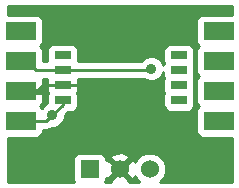
<source format=gtl>
G04 (created by PCBNEW (2013-07-07 BZR 4022)-stable) date 16/01/2015 23:25:09*
%MOIN*%
G04 Gerber Fmt 3.4, Leading zero omitted, Abs format*
%FSLAX34Y34*%
G01*
G70*
G90*
G04 APERTURE LIST*
%ADD10C,0.00590551*%
%ADD11R,0.1X0.0598425*%
%ADD12R,0.06X0.06*%
%ADD13C,0.06*%
%ADD14R,0.0531496X0.0271654*%
%ADD15C,0.035*%
%ADD16C,0.01*%
G04 APERTURE END LIST*
G54D10*
G54D11*
X51700Y-24700D03*
X51700Y-25700D03*
X51700Y-26700D03*
X51700Y-27700D03*
X58300Y-27700D03*
X58300Y-26700D03*
X58300Y-25700D03*
X58300Y-24700D03*
G54D12*
X54000Y-29300D03*
G54D13*
X55000Y-29300D03*
X56000Y-29300D03*
G54D14*
X53100Y-26000D03*
X53100Y-26500D03*
X53100Y-27000D03*
X56975Y-27000D03*
X56975Y-26500D03*
X56975Y-26000D03*
X56975Y-25500D03*
X53100Y-25500D03*
G54D15*
X56050Y-25950D03*
X52750Y-27500D03*
G54D16*
X53100Y-26500D02*
X53700Y-26500D01*
X53700Y-26500D02*
X53750Y-26450D01*
X51700Y-26700D02*
X52250Y-26700D01*
X52450Y-26500D02*
X53100Y-26500D01*
X52250Y-26700D02*
X52450Y-26500D01*
X51700Y-25700D02*
X51900Y-25700D01*
X56000Y-26000D02*
X56050Y-25950D01*
X52200Y-26000D02*
X56000Y-26000D01*
X51900Y-25700D02*
X52200Y-26000D01*
X53100Y-27000D02*
X53100Y-27150D01*
X53100Y-27150D02*
X52750Y-27500D01*
X51700Y-27700D02*
X52550Y-27700D01*
X52550Y-27700D02*
X52750Y-27500D01*
G54D10*
G36*
X52610Y-26750D02*
X52584Y-26814D01*
X52584Y-26913D01*
X52584Y-27108D01*
X52509Y-27139D01*
X52400Y-27248D01*
X52352Y-27200D01*
X52412Y-27140D01*
X52450Y-27048D01*
X52450Y-26812D01*
X52387Y-26750D01*
X51750Y-26750D01*
X51750Y-26757D01*
X51650Y-26757D01*
X51650Y-26750D01*
X51642Y-26750D01*
X51642Y-26650D01*
X51650Y-26650D01*
X51650Y-26642D01*
X51750Y-26642D01*
X51750Y-26650D01*
X52387Y-26650D01*
X52450Y-26587D01*
X52450Y-26351D01*
X52428Y-26300D01*
X52590Y-26300D01*
X52584Y-26314D01*
X52584Y-26413D01*
X52584Y-26685D01*
X52610Y-26750D01*
X52610Y-26750D01*
G37*
G54D16*
X52610Y-26750D02*
X52584Y-26814D01*
X52584Y-26913D01*
X52584Y-27108D01*
X52509Y-27139D01*
X52400Y-27248D01*
X52352Y-27200D01*
X52412Y-27140D01*
X52450Y-27048D01*
X52450Y-26812D01*
X52387Y-26750D01*
X51750Y-26750D01*
X51750Y-26757D01*
X51650Y-26757D01*
X51650Y-26750D01*
X51642Y-26750D01*
X51642Y-26650D01*
X51650Y-26650D01*
X51650Y-26642D01*
X51750Y-26642D01*
X51750Y-26650D01*
X52387Y-26650D01*
X52450Y-26587D01*
X52450Y-26351D01*
X52428Y-26300D01*
X52590Y-26300D01*
X52584Y-26314D01*
X52584Y-26413D01*
X52584Y-26685D01*
X52610Y-26750D01*
G54D10*
G36*
X58730Y-29730D02*
X56347Y-29730D01*
X56465Y-29611D01*
X56549Y-29409D01*
X56550Y-29191D01*
X56466Y-28988D01*
X56311Y-28834D01*
X56109Y-28750D01*
X55891Y-28749D01*
X55688Y-28833D01*
X55534Y-28988D01*
X55502Y-29063D01*
X55481Y-29012D01*
X55385Y-28984D01*
X55315Y-29055D01*
X55315Y-28914D01*
X55287Y-28818D01*
X55081Y-28745D01*
X54863Y-28756D01*
X54712Y-28818D01*
X54684Y-28914D01*
X55000Y-29229D01*
X55315Y-28914D01*
X55315Y-29055D01*
X55070Y-29300D01*
X55385Y-29615D01*
X55481Y-29587D01*
X55500Y-29532D01*
X55533Y-29611D01*
X55652Y-29730D01*
X55302Y-29730D01*
X55315Y-29685D01*
X55000Y-29370D01*
X54684Y-29685D01*
X54697Y-29730D01*
X54516Y-29730D01*
X54549Y-29649D01*
X54550Y-29596D01*
X54614Y-29615D01*
X54929Y-29300D01*
X54614Y-28984D01*
X54550Y-29003D01*
X54550Y-28950D01*
X54512Y-28858D01*
X54441Y-28788D01*
X54349Y-28750D01*
X54250Y-28749D01*
X53650Y-28749D01*
X53558Y-28787D01*
X53488Y-28858D01*
X53450Y-28950D01*
X53449Y-29049D01*
X53449Y-29649D01*
X53483Y-29730D01*
X51269Y-29730D01*
X51269Y-28249D01*
X52249Y-28249D01*
X52341Y-28211D01*
X52411Y-28141D01*
X52449Y-28049D01*
X52449Y-28000D01*
X52550Y-28000D01*
X52550Y-27999D01*
X52664Y-27977D01*
X52664Y-27977D01*
X52742Y-27924D01*
X52834Y-27925D01*
X52990Y-27860D01*
X53110Y-27741D01*
X53174Y-27584D01*
X53175Y-27499D01*
X53288Y-27385D01*
X53415Y-27385D01*
X53507Y-27347D01*
X53577Y-27277D01*
X53615Y-27185D01*
X53615Y-27086D01*
X53615Y-26814D01*
X53589Y-26749D01*
X53615Y-26685D01*
X53615Y-26586D01*
X53615Y-26314D01*
X53609Y-26300D01*
X55798Y-26300D01*
X55808Y-26310D01*
X55965Y-26374D01*
X56134Y-26375D01*
X56290Y-26310D01*
X56410Y-26191D01*
X56459Y-26072D01*
X56459Y-26185D01*
X56485Y-26250D01*
X56459Y-26314D01*
X56459Y-26413D01*
X56459Y-26685D01*
X56485Y-26750D01*
X56459Y-26814D01*
X56459Y-26913D01*
X56459Y-27185D01*
X56497Y-27277D01*
X56567Y-27347D01*
X56659Y-27385D01*
X56758Y-27385D01*
X57290Y-27385D01*
X57382Y-27347D01*
X57452Y-27277D01*
X57490Y-27185D01*
X57490Y-27086D01*
X57490Y-26814D01*
X57464Y-26749D01*
X57490Y-26685D01*
X57490Y-26586D01*
X57490Y-26314D01*
X57464Y-26249D01*
X57490Y-26185D01*
X57490Y-26086D01*
X57490Y-25814D01*
X57464Y-25749D01*
X57490Y-25685D01*
X57490Y-25586D01*
X57490Y-25314D01*
X57452Y-25222D01*
X57382Y-25152D01*
X57290Y-25114D01*
X57191Y-25114D01*
X56659Y-25114D01*
X56567Y-25152D01*
X56497Y-25222D01*
X56459Y-25314D01*
X56459Y-25413D01*
X56459Y-25685D01*
X56485Y-25750D01*
X56459Y-25814D01*
X56459Y-25827D01*
X56410Y-25709D01*
X56291Y-25589D01*
X56134Y-25525D01*
X55965Y-25524D01*
X55809Y-25589D01*
X55698Y-25700D01*
X53609Y-25700D01*
X53615Y-25685D01*
X53615Y-25586D01*
X53615Y-25314D01*
X53577Y-25222D01*
X53507Y-25152D01*
X53415Y-25114D01*
X53316Y-25114D01*
X52784Y-25114D01*
X52692Y-25152D01*
X52622Y-25222D01*
X52584Y-25314D01*
X52584Y-25413D01*
X52584Y-25685D01*
X52590Y-25700D01*
X52450Y-25700D01*
X52450Y-25351D01*
X52412Y-25259D01*
X52352Y-25199D01*
X52411Y-25141D01*
X52449Y-25049D01*
X52450Y-24949D01*
X52450Y-24351D01*
X52412Y-24259D01*
X52341Y-24188D01*
X52249Y-24150D01*
X52150Y-24150D01*
X51269Y-24150D01*
X51269Y-23869D01*
X58730Y-23869D01*
X58730Y-24150D01*
X57750Y-24150D01*
X57658Y-24188D01*
X57588Y-24258D01*
X57550Y-24350D01*
X57549Y-24450D01*
X57549Y-25048D01*
X57587Y-25140D01*
X57647Y-25200D01*
X57588Y-25258D01*
X57550Y-25350D01*
X57549Y-25450D01*
X57549Y-26048D01*
X57587Y-26140D01*
X57647Y-26200D01*
X57588Y-26258D01*
X57550Y-26350D01*
X57549Y-26450D01*
X57549Y-27048D01*
X57587Y-27140D01*
X57647Y-27200D01*
X57588Y-27258D01*
X57550Y-27350D01*
X57549Y-27450D01*
X57549Y-28048D01*
X57587Y-28140D01*
X57658Y-28211D01*
X57750Y-28249D01*
X57849Y-28249D01*
X58730Y-28249D01*
X58730Y-29730D01*
X58730Y-29730D01*
G37*
G54D16*
X58730Y-29730D02*
X56347Y-29730D01*
X56465Y-29611D01*
X56549Y-29409D01*
X56550Y-29191D01*
X56466Y-28988D01*
X56311Y-28834D01*
X56109Y-28750D01*
X55891Y-28749D01*
X55688Y-28833D01*
X55534Y-28988D01*
X55502Y-29063D01*
X55481Y-29012D01*
X55385Y-28984D01*
X55315Y-29055D01*
X55315Y-28914D01*
X55287Y-28818D01*
X55081Y-28745D01*
X54863Y-28756D01*
X54712Y-28818D01*
X54684Y-28914D01*
X55000Y-29229D01*
X55315Y-28914D01*
X55315Y-29055D01*
X55070Y-29300D01*
X55385Y-29615D01*
X55481Y-29587D01*
X55500Y-29532D01*
X55533Y-29611D01*
X55652Y-29730D01*
X55302Y-29730D01*
X55315Y-29685D01*
X55000Y-29370D01*
X54684Y-29685D01*
X54697Y-29730D01*
X54516Y-29730D01*
X54549Y-29649D01*
X54550Y-29596D01*
X54614Y-29615D01*
X54929Y-29300D01*
X54614Y-28984D01*
X54550Y-29003D01*
X54550Y-28950D01*
X54512Y-28858D01*
X54441Y-28788D01*
X54349Y-28750D01*
X54250Y-28749D01*
X53650Y-28749D01*
X53558Y-28787D01*
X53488Y-28858D01*
X53450Y-28950D01*
X53449Y-29049D01*
X53449Y-29649D01*
X53483Y-29730D01*
X51269Y-29730D01*
X51269Y-28249D01*
X52249Y-28249D01*
X52341Y-28211D01*
X52411Y-28141D01*
X52449Y-28049D01*
X52449Y-28000D01*
X52550Y-28000D01*
X52550Y-27999D01*
X52664Y-27977D01*
X52664Y-27977D01*
X52742Y-27924D01*
X52834Y-27925D01*
X52990Y-27860D01*
X53110Y-27741D01*
X53174Y-27584D01*
X53175Y-27499D01*
X53288Y-27385D01*
X53415Y-27385D01*
X53507Y-27347D01*
X53577Y-27277D01*
X53615Y-27185D01*
X53615Y-27086D01*
X53615Y-26814D01*
X53589Y-26749D01*
X53615Y-26685D01*
X53615Y-26586D01*
X53615Y-26314D01*
X53609Y-26300D01*
X55798Y-26300D01*
X55808Y-26310D01*
X55965Y-26374D01*
X56134Y-26375D01*
X56290Y-26310D01*
X56410Y-26191D01*
X56459Y-26072D01*
X56459Y-26185D01*
X56485Y-26250D01*
X56459Y-26314D01*
X56459Y-26413D01*
X56459Y-26685D01*
X56485Y-26750D01*
X56459Y-26814D01*
X56459Y-26913D01*
X56459Y-27185D01*
X56497Y-27277D01*
X56567Y-27347D01*
X56659Y-27385D01*
X56758Y-27385D01*
X57290Y-27385D01*
X57382Y-27347D01*
X57452Y-27277D01*
X57490Y-27185D01*
X57490Y-27086D01*
X57490Y-26814D01*
X57464Y-26749D01*
X57490Y-26685D01*
X57490Y-26586D01*
X57490Y-26314D01*
X57464Y-26249D01*
X57490Y-26185D01*
X57490Y-26086D01*
X57490Y-25814D01*
X57464Y-25749D01*
X57490Y-25685D01*
X57490Y-25586D01*
X57490Y-25314D01*
X57452Y-25222D01*
X57382Y-25152D01*
X57290Y-25114D01*
X57191Y-25114D01*
X56659Y-25114D01*
X56567Y-25152D01*
X56497Y-25222D01*
X56459Y-25314D01*
X56459Y-25413D01*
X56459Y-25685D01*
X56485Y-25750D01*
X56459Y-25814D01*
X56459Y-25827D01*
X56410Y-25709D01*
X56291Y-25589D01*
X56134Y-25525D01*
X55965Y-25524D01*
X55809Y-25589D01*
X55698Y-25700D01*
X53609Y-25700D01*
X53615Y-25685D01*
X53615Y-25586D01*
X53615Y-25314D01*
X53577Y-25222D01*
X53507Y-25152D01*
X53415Y-25114D01*
X53316Y-25114D01*
X52784Y-25114D01*
X52692Y-25152D01*
X52622Y-25222D01*
X52584Y-25314D01*
X52584Y-25413D01*
X52584Y-25685D01*
X52590Y-25700D01*
X52450Y-25700D01*
X52450Y-25351D01*
X52412Y-25259D01*
X52352Y-25199D01*
X52411Y-25141D01*
X52449Y-25049D01*
X52450Y-24949D01*
X52450Y-24351D01*
X52412Y-24259D01*
X52341Y-24188D01*
X52249Y-24150D01*
X52150Y-24150D01*
X51269Y-24150D01*
X51269Y-23869D01*
X58730Y-23869D01*
X58730Y-24150D01*
X57750Y-24150D01*
X57658Y-24188D01*
X57588Y-24258D01*
X57550Y-24350D01*
X57549Y-24450D01*
X57549Y-25048D01*
X57587Y-25140D01*
X57647Y-25200D01*
X57588Y-25258D01*
X57550Y-25350D01*
X57549Y-25450D01*
X57549Y-26048D01*
X57587Y-26140D01*
X57647Y-26200D01*
X57588Y-26258D01*
X57550Y-26350D01*
X57549Y-26450D01*
X57549Y-27048D01*
X57587Y-27140D01*
X57647Y-27200D01*
X57588Y-27258D01*
X57550Y-27350D01*
X57549Y-27450D01*
X57549Y-28048D01*
X57587Y-28140D01*
X57658Y-28211D01*
X57750Y-28249D01*
X57849Y-28249D01*
X58730Y-28249D01*
X58730Y-29730D01*
M02*

</source>
